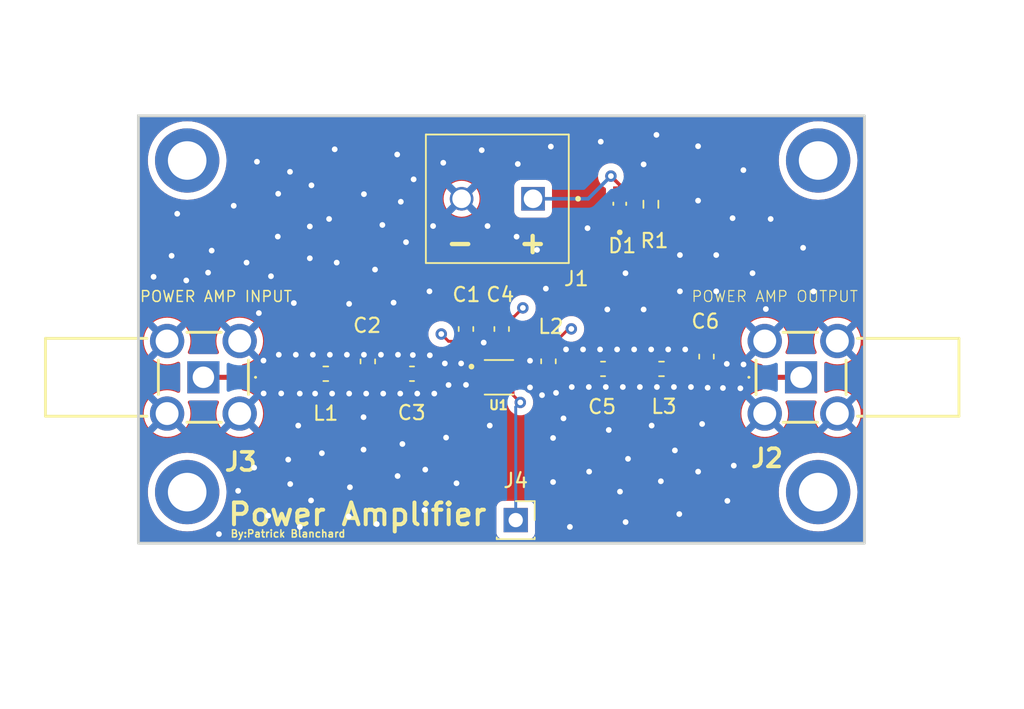
<source format=kicad_pcb>
(kicad_pcb (version 20221018) (generator pcbnew)
  (layers (0 "F.Cu" signal) (1 "In1.Cu" signal) (2 "In2.Cu" signal) (31 "B.Cu" signal) (36 "B.SilkS" user "B.Silkscreen") (37 "F.SilkS" user "F.Silkscreen") (38 "B.Mask" user) (39 "F.Mask" user) (44 "Edge.Cuts" user))
  (net 0 "")
  (net 1 "GND")
  (net 2 "+3.3V")
  (net 3 "Net-(C2-Pad1)")
  (net 4 "Net-(U1-IN)")
  (net 5 "Net-(U1-OUT)")
  (net 6 "Net-(C5-Pad2)")
  (net 7 "Power_Amp_Out")
  (net 8 "Power_Amp_In")
  (net 9 "Net-(J4-Pin_1)")
  (net 10 "Net-(D1-PadC)")
  (footprint "" (layer "F.Cu") (at 109.03 64.5)
    (fp_text reference "" (at 0 0) (layer "F.SilkS") (effects (font (size 1.27 1.27))))
    (fp_text value "" (at 0 0) (layer "F.SilkS") (effects (font (size 1.27 1.27))))
    (pad "1" thru_hole circle (at 0 0) (size 4.5 4.5) (drill 2.7) (layers "*.Cu" "*.Mask"))
  )
  (footprint "Inductor_SMD:L_0603_1608Metric_Pad1.05x0.95mm_HandSolder" (layer "F.Cu") (at 142.22 79.0925)
    (fp_text reference "L3" (at 0.17 2.6275) (layer "F.SilkS"))
    (fp_text value "11.515 nH")
    (fp_line (start -0.171267 -0.51) (end 0.171267 -0.51) (stroke (width 0.12)) (layer "F.SilkS"))
    (fp_line (start -0.171267 0.51) (end 0.171267 0.51) (stroke (width 0.12)) (layer "F.SilkS"))
    (pad "1" smd roundrect (at -0.875 0) (size 1.05 0.95) (layers "F.Cu" "F.Paste" "F.Mask") (net 6 "Net-(C5-Pad2)"))
    (pad "2" smd roundrect (at 0.875 0) (size 1.05 0.95) (layers "F.Cu" "F.Paste" "F.Mask") (net 7 "Power_Amp_Out"))
  )
  (footprint "" (layer "F.Cu") (at 153.18 87.72)
    (fp_text reference "" (at 0 0) (layer "F.SilkS") (effects (font (size 1.27 1.27))))
    (fp_text value "" (at 0 0) (layer "F.SilkS") (effects (font (size 1.27 1.27))))
    (pad "1" thru_hole circle (at 0 0) (size 4.5 4.5) (drill 2.7) (layers "*.Cu" "*.Mask"))
  )
  (footprint "0603 LED:LEDC1608X35N" (layer "F.Cu") (at 139.3 67.53 90)
    (fp_text reference "D1" (at -2.94 0.17 180) (layer "F.SilkS") (effects (font (size 1.002882 1.002882))))
    (fp_text value "-")
    (fp_line (start -0.085 -0.45) (end 0.085 -0.45) (stroke (width 0.127)) (layer "F.SilkS"))
    (fp_line (start 0.085 0.45) (end -0.085 0.45) (stroke (width 0.127)) (layer "F.SilkS"))
    (fp_circle (center -2 0) (end -1.9 0) (stroke (width 0.2)) (fill none) (layer "F.SilkS"))
    (pad "A" smd rect (at 0.81 0 90) (size 0.81 0.93) (layers "F.Cu" "F.Paste" "F.Mask") (net 2 "+3.3V"))
    (pad "C" smd rect (at -0.81 0 90) (size 0.81 0.93) (layers "F.Cu" "F.Paste" "F.Mask") (net 10 "Net-(D1-PadC)"))
  )
  (footprint "Capacitor_SMD:C_0603_1608Metric_Pad1.08x0.95mm_HandSolder" (layer "F.Cu") (at 128.54 76.3 -90)
    (fp_text reference "C1" (at -2.41 -0.0275 -180) (layer "F.SilkS"))
    (fp_text value "1 uF")
    (fp_line (start -0.146267 -0.51) (end 0.146267 -0.51) (stroke (width 0.12)) (layer "F.SilkS"))
    (fp_line (start -0.146267 0.51) (end 0.146267 0.51) (stroke (width 0.12)) (layer "F.SilkS"))
    (pad "1" smd roundrect (at -0.8625 0 270) (size 1.075 0.95) (layers "F.Cu" "F.Paste" "F.Mask") (net 1 "GND"))
    (pad "2" smd roundrect (at 0.8625 0 270) (size 1.075 0.95) (layers "F.Cu" "F.Paste" "F.Mask") (net 2 "+3.3V"))
  )
  (footprint "Resistor_SMD:R_0603_1608Metric_Pad0.98x0.95mm_HandSolder" (layer "F.Cu") (at 141.478 67.564 90)
    (fp_text reference "R1" (at -2.55 0.25 180) (layer "F.SilkS"))
    (fp_text value "1k")
    (fp_line (start -0.254724 -0.5225) (end 0.254724 -0.5225) (stroke (width 0.12)) (layer "F.SilkS"))
    (fp_line (start -0.254724 0.5225) (end 0.254724 0.5225) (stroke (width 0.12)) (layer "F.SilkS"))
    (pad "1" smd roundrect (at -0.9125 0 90) (size 0.975 0.95) (layers "F.Cu" "F.Paste" "F.Mask") (net 1 "GND"))
    (pad "2" smd roundrect (at 0.9125 0 90) (size 0.975 0.95) (layers "F.Cu" "F.Paste" "F.Mask") (net 10 "Net-(D1-PadC)"))
  )
  (footprint "" (layer "F.Cu") (at 153.18 64.5)
    (fp_text reference "" (at 0 0) (layer "F.SilkS") (effects (font (size 1.27 1.27))))
    (fp_text value "" (at 0 0) (layer "F.SilkS") (effects (font (size 1.27 1.27))))
    (pad "1" thru_hole circle (at 0 0) (size 4.5 4.5) (drill 2.7) (layers "*.Cu" "*.Mask"))
  )
  (footprint "" (layer "F.Cu") (at 109.03 87.72)
    (fp_text reference "" (at 0 0) (layer "F.SilkS") (effects (font (size 1.27 1.27))))
    (fp_text value "" (at 0 0) (layer "F.SilkS") (effects (font (size 1.27 1.27))))
    (pad "1" thru_hole circle (at 0 0) (size 4.5 4.5) (drill 2.7) (layers "*.Cu" "*.Mask"))
  )
  (footprint "Inductor_SMD:L_0603_1608Metric_Pad1.05x0.95mm_HandSolder" (layer "F.Cu") (at 118.73 79.4325)
    (fp_text reference "L1" (at -0.0125 2.7675) (layer "F.SilkS"))
    (fp_text value "7.34 nH")
    (fp_line (start -0.171267 -0.51) (end 0.171267 -0.51) (stroke (width 0.12)) (layer "F.SilkS"))
    (fp_line (start -0.171267 0.51) (end 0.171267 0.51) (stroke (width 0.12)) (layer "F.SilkS"))
    (pad "1" smd roundrect (at -0.875 0) (size 1.05 0.95) (layers "F.Cu" "F.Paste" "F.Mask") (net 8 "Power_Amp_In"))
    (pad "2" smd roundrect (at 0.875 0) (size 1.05 0.95) (layers "F.Cu" "F.Paste" "F.Mask") (net 3 "Net-(C2-Pad1)"))
  )
  (footprint "Connector_PinSocket_2.54mm:PinSocket_1x01_P2.54mm_Vertical" (layer "F.Cu") (at 132.02 89.68)
    (fp_text reference "J4" (at 0 -2.77) (layer "F.SilkS"))
    (fp_text value "Conn_01x01_Pin")
    (fp_line (start -1.33 1.21) (end -1.33 1.33) (stroke (width 0.12)) (layer "F.SilkS"))
    (fp_line (start -1.33 1.33) (end 1.33 1.33) (stroke (width 0.12)) (layer "F.SilkS"))
    (fp_line (start 0 -1.33) (end 1.33 -1.33) (stroke (width 0.12)) (layer "F.SilkS"))
    (fp_line (start 1.33 -1.33) (end 1.33 0) (stroke (width 0.12)) (layer "F.SilkS"))
    (fp_line (start 1.33 1.21) (end 1.33 1.33) (stroke (width 0.12)) (layer "F.SilkS"))
    (pad "1" thru_hole rect (at 0 0) (size 1.7 1.7) (drill 1) (layers "*.Cu" "*.Mask") (net 9 "Net-(J4-Pin_1)"))
  )
  (footprint "Capacitor_SMD:C_0603_1608Metric_Pad1.08x0.95mm_HandSolder" (layer "F.Cu") (at 134.31 78.56 -90)
    (fp_text reference "L2" (at -2.44 -0.1675) (layer "F.SilkS"))
    (fp_text value "100 nH")
    (fp_line (start -0.146267 -0.51) (end 0.146267 -0.51) (stroke (width 0.12)) (layer "F.SilkS"))
    (fp_line (start -0.146267 0.51) (end 0.146267 0.51) (stroke (width 0.12)) (layer "F.SilkS"))
    (pad "1" smd roundrect (at -0.8625 0 270) (size 1.075 0.95) (layers "F.Cu" "F.Paste" "F.Mask") (net 2 "+3.3V"))
    (pad "2" smd roundrect (at 0.8625 0 270) (size 1.075 0.95) (layers "F.Cu" "F.Paste" "F.Mask") (net 5 "Net-(U1-OUT)"))
  )
  (footprint "terminal block:PHOENIX_1935776" (layer "F.Cu") (at 130.7325 67.18)
    (fp_text reference "J1" (at 5.5275 5.6) (layer "F.SilkS"))
    (fp_text value "-")
    (fp_line (start -5 4.5) (end -5 -4.5) (stroke (width 0.127)) (layer "F.SilkS"))
    (fp_line (start 5 -4.5) (end -5 -4.5) (stroke (width 0.127)) (layer "F.SilkS"))
    (fp_line (start 5 -4.5) (end 5 4.5) (stroke (width 0.127)) (layer "F.SilkS"))
    (fp_line (start 5 4.5) (end -5 4.5) (stroke (width 0.127)) (layer "F.SilkS"))
    (fp_circle (center 5.65 0) (end 5.75 0) (stroke (width 0.2)) (fill none) (layer "F.SilkS"))
    (pad "01" thru_hole rect (at 2.5 0) (size 1.65 1.65) (drill 1.3) (layers "*.Cu" "*.Mask") (net 2 "+3.3V"))
    (pad "02" thru_hole circle (at -2.5 0) (size 1.65 1.65) (drill 1.3) (layers "*.Cu" "*.Mask") (net 1 "GND"))
  )
  (footprint "sma:518144002" (layer "F.Cu") (at 151.985 79.68)
    (fp_text reference "J2" (at -2.379 5.664) (layer "F.SilkS") (effects (font (size 1.27 1.27) (thickness 0.254))))
    (fp_text value "50 ohm" hide)
    (fp_line (start -3.7 0) (end -3.7 0) (stroke (width 0.1)) (layer "F.SilkS"))
    (fp_line (start -3.6 0) (end -3.6 0) (stroke (width 0.1)) (layer "F.SilkS"))
    (fp_line (start -3.15 1.2) (end -3.15 -1.2) (stroke (width 0.2)) (layer "F.SilkS"))
    (fp_line (start -1.25 -3.15) (end 1.15 -3.15) (stroke (width 0.2)) (layer "F.SilkS"))
    (fp_line (start 1.15 3.15) (end -1.25 3.15) (stroke (width 0.2)) (layer "F.SilkS"))
    (fp_line (start 3.15 -1.2) (end 3.15 1.2) (stroke (width 0.2)) (layer "F.SilkS"))
    (fp_line (start 3.95 -2.725) (end 11.05 -2.725) (stroke (width 0.2)) (layer "F.SilkS"))
    (fp_line (start 11.05 -2.725) (end 11.05 2.725) (stroke (width 0.2)) (layer "F.SilkS"))
    (fp_line (start 11.05 2.725) (end 3.95 2.725) (stroke (width 0.2)) (layer "F.SilkS"))
    (fp_arc (start -3.7 0) (mid -3.65 -0.05) (end -3.6 0) (stroke (width 0.1)) (layer "F.SilkS"))
    (fp_arc (start -3.6 0) (mid -3.65 0.05) (end -3.7 0) (stroke (width 0.1)) (layer "F.SilkS"))
    (pad "1" thru_hole rect (at 0 0) (size 2.25 2.25) (drill 1.5) (layers "*.Cu" "*.Mask") (net 7 "Power_Amp_Out"))
    (pad "2" thru_hole circle (at -2.54 -2.54) (size 2.4 2.4) (drill 1.6) (layers "*.Cu" "*.Mask") (net 1 "GND"))
    (pad "3" thru_hole circle (at -2.54 2.54) (size 2.4 2.4) (drill 1.6) (layers "*.Cu" "*.Mask") (net 1 "GND"))
    (pad "4" thru_hole circle (at 2.54 2.54) (size 2.4 2.4) (drill 1.6) (layers "*.Cu" "*.Mask") (net 1 "GND"))
    (pad "5" thru_hole circle (at 2.54 -2.54) (size 2.4 2.4) (drill 1.6) (layers "*.Cu" "*.Mask") (net 1 "GND"))
  )
  (footprint "Capacitor_SMD:C_0603_1608Metric_Pad1.08x0.95mm_HandSolder" (layer "F.Cu") (at 138.13 79.0925)
    (fp_text reference "C5" (at -0.07 2.6475) (layer "F.SilkS"))
    (fp_text value "1 nF")
    (fp_line (start -0.146267 -0.51) (end 0.146267 -0.51) (stroke (width 0.12)) (layer "F.SilkS"))
    (fp_line (start -0.146267 0.51) (end 0.146267 0.51) (stroke (width 0.12)) (layer "F.SilkS"))
    (pad "1" smd roundrect (at -0.8625 0) (size 1.075 0.95) (layers "F.Cu" "F.Paste" "F.Mask") (net 5 "Net-(U1-OUT)"))
    (pad "2" smd roundrect (at 0.8625 0) (size 1.075 0.95) (layers "F.Cu" "F.Paste" "F.Mask") (net 6 "Net-(C5-Pad2)"))
  )
  (footprint "Capacitor_SMD:C_0603_1608Metric_Pad1.08x0.95mm_HandSolder" (layer "F.Cu") (at 131.03625 76.3 90)
    (fp_text reference "C4" (at 2.41 -0.1 180) (layer "F.SilkS"))
    (fp_text value "1 uF")
    (fp_line (start -0.146267 -0.51) (end 0.146267 -0.51) (stroke (width 0.12)) (layer "F.SilkS"))
    (fp_line (start -0.146267 0.51) (end 0.146267 0.51) (stroke (width 0.12)) (layer "F.SilkS"))
    (pad "1" smd roundrect (at -0.8625 0 90) (size 1.075 0.95) (layers "F.Cu" "F.Paste" "F.Mask") (net 1 "GND"))
    (pad "2" smd roundrect (at 0.8625 0 90) (size 1.075 0.95) (layers "F.Cu" "F.Paste" "F.Mask") (net 2 "+3.3V"))
  )
  (footprint "Capacitor_SMD:C_0603_1608Metric_Pad1.08x0.95mm_HandSolder" (layer "F.Cu") (at 124.76 79.4325)
    (fp_text reference "C3" (at -0.02 2.7275) (layer "F.SilkS"))
    (fp_text value "1 nF")
    (fp_line (start -0.146267 -0.51) (end 0.146267 -0.51) (stroke (width 0.12)) (layer "F.SilkS"))
    (fp_line (start -0.146267 0.51) (end 0.146267 0.51) (stroke (width 0.12)) (layer "F.SilkS"))
    (pad "1" smd roundrect (at -0.8625 0) (size 1.075 0.95) (layers "F.Cu" "F.Paste" "F.Mask") (net 3 "Net-(C2-Pad1)"))
    (pad "2" smd roundrect (at 0.8625 0) (size 1.075 0.95) (layers "F.Cu" "F.Paste" "F.Mask") (net 4 "Net-(U1-IN)"))
  )
  (footprint "Capacitor_SMD:C_0603_1608Metric_Pad1.08x0.95mm_HandSolder" (layer "F.Cu") (at 145.37 78.23 90)
    (fp_text reference "C6" (at 2.47 -0.08 180) (layer "F.SilkS"))
    (fp_text value "4.635 pF")
    (fp_line (start -0.146267 -0.51) (end 0.146267 -0.51) (stroke (width 0.12)) (layer "F.SilkS"))
    (fp_line (start -0.146267 0.51) (end 0.146267 0.51) (stroke (width 0.12)) (layer "F.SilkS"))
    (pad "1" smd roundrect (at -0.8625 0 90) (size 1.075 0.95) (layers "F.Cu" "F.Paste" "F.Mask") (net 7 "Power_Amp_Out"))
    (pad "2" smd roundrect (at 0.8625 0 90) (size 1.075 0.95) (layers "F.Cu" "F.Paste" "F.Mask") (net 1 "GND"))
  )
  (footprint "Capacitor_SMD:C_0603_1608Metric_Pad1.08x0.95mm_HandSolder" (layer "F.Cu") (at 121.67 78.57 90)
    (fp_text reference "C2" (at 2.52 -0.05 180) (layer "F.SilkS"))
    (fp_text value "860 fF")
    (fp_line (start -0.146267 -0.51) (end 0.146267 -0.51) (stroke (width 0.12)) (layer "F.SilkS"))
    (fp_line (start -0.146267 0.51) (end 0.146267 0.51) (stroke (width 0.12)) (layer "F.SilkS"))
    (pad "1" smd roundrect (at -0.8625 0 90) (size 1.075 0.95) (layers "F.Cu" "F.Paste" "F.Mask") (net 3 "Net-(C2-Pad1)"))
    (pad "2" smd roundrect (at 0.8625 0 90) (size 1.075 0.95) (layers "F.Cu" "F.Paste" "F.Mask") (net 1 "GND"))
  )
  (footprint "TI Power AMp:SON50P200X200X80-9N" (layer "F.Cu") (at 130.8475 79.68)
    (fp_text reference "U1" (at -0.0375 1.95) (layer "F.SilkS") (effects (font (size 0.64 0.64))))
    (fp_text value "-" hide)
    (fp_line (start -1 -1.21) (end 1 -1.21) (stroke (width 0.127)) (layer "F.SilkS"))
    (fp_line (start -1 1.21) (end 1 1.21) (stroke (width 0.127)) (layer "F.SilkS"))
    (fp_circle (center -1.925 -0.75) (end -1.825 -0.75) (stroke (width 0.2)) (fill none) (layer "F.SilkS"))
    (pad "1" smd roundrect (at -0.985 -0.75) (size 0.74 0.28) (layers "F.Cu" "F.Paste" "F.Mask") (roundrect_rratio 0.04) (net 2 "+3.3V"))
    (pad "2" smd roundrect (at -0.985 -0.25) (size 0.74 0.28) (layers "F.Cu" "F.Paste" "F.Mask") (roundrect_rratio 0.04) (net 4 "Net-(U1-IN)"))
    (pad "3" smd roundrect (at -0.985 0.25) (size 0.74 0.28) (layers "F.Cu" "F.Paste" "F.Mask") (roundrect_rratio 0.04) (net 1 "GND"))
    (pad "4" smd roundrect (at -0.985 0.75) (size 0.74 0.28) (layers "F.Cu" "F.Paste" "F.Mask") (roundrect_rratio 0.04) (net 1 "GND"))
    (pad "5" smd roundrect (at 0.985 0.75) (size 0.74 0.28) (layers "F.Cu" "F.Mask") (roundrect_rratio 0.04) (net 9 "Net-(J4-Pin_1)"))
    (pad "6" smd roundrect (at 0.985 0.25) (size 0.74 0.28) (layers "F.Cu" "F.Paste" "F.Mask") (roundrect_rratio 0.04) (net 1 "GND"))
    (pad "7" smd roundrect (at 0.985 -0.25) (size 0.74 0.28) (layers "F.Cu" "F.Paste" "F.Mask") (roundrect_rratio 0.04) (net 5 "Net-(U1-OUT)"))
    (pad "8" smd rect (at 0.985 -0.75) (size 0.74 0.28) (layers "F.Cu" "F.Paste" "F.Mask") (net 1 "GND"))
    (pad "9" smd rect (at 0 0) (size 0.9 1.6) (layers "F.Cu" "F.Mask") (net 1 "GND"))
  )
  (footprint "sma:518144002" (layer "F.Cu") (at 110.165 79.68 180)
    (fp_text reference "J3" (at -2.611 -5.918) (layer "F.SilkS") (effects (font (size 1.27 1.27) (thickness 0.254))))
    (fp_text value "50 ohm" hide)
    (fp_line (start -3.7 0) (end -3.7 0) (stroke (width 0.1)) (layer "F.SilkS"))
    (fp_line (start -3.6 0) (end -3.6 0) (stroke (width 0.1)) (layer "F.SilkS"))
    (fp_line (start -3.15 1.2) (end -3.15 -1.2) (stroke (width 0.2)) (layer "F.SilkS"))
    (fp_line (start -1.25 -3.15) (end 1.15 -3.15) (stroke (width 0.2)) (layer "F.SilkS"))
    (fp_line (start 1.15 3.15) (end -1.25 3.15) (stroke (width 0.2)) (layer "F.SilkS"))
    (fp_line (start 3.15 -1.2) (end 3.15 1.2) (stroke (width 0.2)) (layer "F.SilkS"))
    (fp_line (start 3.95 -2.725) (end 11.05 -2.725) (stroke (width 0.2)) (layer "F.SilkS"))
    (fp_line (start 11.05 -2.725) (end 11.05 2.725) (stroke (width 0.2)) (layer "F.SilkS"))
    (fp_line (start 11.05 2.725) (end 3.95 2.725) (stroke (width 0.2)) (layer "F.SilkS"))
    (fp_arc (start -3.7 0) (mid -3.65 -0.05) (end -3.6 0) (stroke (width 0.1)) (layer "F.SilkS"))
    (fp_arc (start -3.6 0) (mid -3.65 0.05) (end -3.7 0) (stroke (width 0.1)) (layer "F.SilkS"))
    (pad "1" thru_hole rect (at 0 0 180) (size 2.25 2.25) (drill 1.5) (layers "*.Cu" "*.Mask") (net 8 "Power_Amp_In"))
    (pad "2" thru_hole circle (at -2.54 -2.54 180) (size 2.4 2.4) (drill 1.6) (layers "*.Cu" "*.Mask") (net 1 "GND"))
    (pad "3" thru_hole circle (at -2.54 2.54 180) (size 2.4 2.4) (drill 1.6) (layers "*.Cu" "*.Mask") (net 1 "GND"))
    (pad "4" thru_hole circle (at 2.54 2.54 180) (size 2.4 2.4) (drill 1.6) (layers "*.Cu" "*.Mask") (net 1 "GND"))
    (pad "5" thru_hole circle (at 2.54 -2.54 180) (size 2.4 2.4) (drill 1.6) (layers "*.Cu" "*.Mask") (net 1 "GND"))
  )
  (gr_rect (start 105.62 61.37) (end 156.42 91.3) (stroke (width 0.2)) (fill none) (layer "Edge.Cuts"))
  (gr_text "POWER AMP OUTPUT\n\n" (at 144.272 75.692) (layer "F.SilkS") (effects (font (size 0.762 0.762) (thickness 0.0762)) (justify left bottom)))
  (gr_text "By:Patrick Blanchard\n" (at 112.014 90.932) (layer "F.SilkS") (effects (font (size 0.508 0.508) (thickness 0.1016) bold) (justify left bottom)))
  (gr_text "Power Amplifier" (at 111.76 90.17) (layer "F.SilkS") (effects (font (size 1.524 1.524) (thickness 0.2794) bold) (justify left bottom)))
  (gr_text "+" (at 132.08 71.12) (layer "F.SilkS") (effects (font (size 1.5 1.5) (thickness 0.3) bold) (justify left bottom)))
  (gr_text "-\n" (at 127 71.12) (layer "F.SilkS") (effects (font (size 1.5 1.5) (thickness 0.3) bold) (justify left bottom)))
  (gr_text "POWER AMP INPUT\n\n" (at 105.664 75.692) (layer "F.SilkS") (effects (font (size 0.762 0.762) (thickness 0.1016)) (justify left bottom)))
  (segment (start 129.8625 80.43) (end 129.8625 79.93) (width 0.25) (layer "F.Cu") (net 1))
  (segment (start 130.5975 79.93) (end 130.8475 79.68) (width 0.25) (layer "F.Cu") (net 1))
  (segment (start 130.0975 80.43) (end 130.8475 79.68) (width 0.25) (layer "F.Cu") (net 1))
  (segment (start 132.56 79.93) (end 133.02 80.39) (width 0.2032) (layer "F.Cu") (net 1))
  (segment (start 131.03625 77.1625) (end 129.8675 77.1625) (width 0.2032) (layer "F.Cu") (net 1))
  (segment (start 131.8325 79.93) (end 132.56 79.93) (width 0.2032) (layer "F.Cu") (net 1))
  (segment (start 129.8625 79.93) (end 130.5975 79.93) (width 0.25) (layer "F.Cu") (net 1))
  (segment (start 129.8625 80.43) (end 130.0975 80.43) (width 0.25) (layer "F.Cu") (net 1))
  (segment (start 129.8625 79.93) (end 128.82 79.93) (width 0.25) (layer "F.Cu") (net 1))
  (segment (start 132.61 78.93) (end 133.02 78.52) (width 0.2032) (layer "F.Cu") (net 1))
  (segment (start 128.82 79.93) (end 128.54 80.21) (width 0.25) (layer "F.Cu") (net 1))
  (segment (start 131.8325 78.93) (end 132.61 78.93) (width 0.2032) (layer "F.Cu") (net 1))
  (segment (start 129.8675 77.1625) (end 129.78 77.25) (width 0.2032) (layer "F.Cu") (net 1))
  (via (at 137.922856 77.72981) (size 0.8) (drill 0.4) (layers "F.Cu" "B.Cu") (net 1))
  (via (at 140.707144 80.36) (size 0.8) (drill 0.4) (layers "F.Cu" "B.Cu") (net 1))
  (via (at 119.492723 71.649528) (size 0.8) (drill 0.4) (layers "F.Cu" "B.Cu") (net 1))
  (via (at 133.02 78.52) (size 0.8) (drill 0.4) (layers "F.Cu" "B.Cu") (net 1))
  (via (at 107.940977 71.172878) (size 0.8) (drill 0.4) (layers "F.Cu" "B.Cu") (net 1))
  (via (at 134.633362 83.930268) (size 0.8) (drill 0.4) (layers "F.Cu" "B.Cu") (net 1))
  (via (at 147.96 78.78) (size 0.8) (drill 0.4) (layers "F.Cu" "B.Cu") (net 1))
  (via (at 114.38 80.81) (size 0.8) (drill 0.4) (layers "F.Cu" "B.Cu") (net 1))
  (via (at 145.45 80.41) (size 0.8) (drill 0.4) (layers "F.Cu" "B.Cu") (net 1))
  (via (at 127.32 80.22) (size 0.8) (drill 0.4) (layers "F.Cu" "B.Cu") (net 1))
  (via (at 147.278599 85.864905) (size 0.8) (drill 0.4) (layers "F.Cu" "B.Cu") (net 1))
  (via (at 111.252 90.659441) (size 0.8) (drill 0.4) (layers "F.Cu" "B.Cu") (net 1))
  (via (at 114.046 75.184) (size 0.8) (drill 0.4) (layers "F.Cu" "B.Cu") (net 1))
  (via (at 120.417985 87.378969) (size 0.8) (drill 0.4) (layers "F.Cu" "B.Cu") (net 1))
  (via (at 117.981432 80.82) (size 0.8) (drill 0.4) (layers "F.Cu" "B.Cu") (net 1))
  (via (at 108.966 72.898) (size 0.8) (drill 0.4) (layers "F.Cu" "B.Cu") (net 1))
  (via (at 137.044649 69.238241) (size 0.8) (drill 0.4) (layers "F.Cu" "B.Cu") (net 1))
  (via (at 139.70828 89.818294) (size 0.8) (drill 0.4) (layers "F.Cu" "B.Cu") (net 1))
  (via (at 137.13286 80.36) (size 0.8) (drill 0.4) (layers "F.Cu" "B.Cu") (net 1))
  (via (at 121.398572 78.1) (size 0.8) (drill 0.4) (layers "F.Cu" "B.Cu") (net 1))
  (via (at 124.876062 65.817578) (size 0.8) (drill 0.4) (layers "F.Cu" "B.Cu") (net 1))
  (via (at 125.984 73.66) (size 0.8) (drill 0.4) (layers "F.Cu" "B.Cu") (net 1))
  (via (at 116.492634 74.481388) (size 0.8) (drill 0.4) (layers "F.Cu" "B.Cu") (net 1))
  (via (at 141.530764 83.061083) (size 0.8) (drill 0.4) (layers "F.Cu" "B.Cu") (net 1))
  (via (at 114.894456 72.602827) (size 0.8) (drill 0.4) (layers "F.Cu" "B.Cu") (net 1))
  (via (at 139.515716 80.36) (size 0.8) (drill 0.4) (layers "F.Cu" "B.Cu") (net 1))
  (via (at 141.898572 80.36) (size 0.8) (drill 0.4) (layers "F.Cu" "B.Cu") (net 1))
  (via (at 113.913118 64.583897) (size 0.8) (drill 0.4) (layers "F.Cu" "B.Cu") (net 1))
  (via (at 152.129211 70.612114) (size 0.8) (drill 0.4) (layers "F.Cu" "B.Cu") (net 1))
  (via (at 142.688568 77.72981) (size 0.8) (drill 0.4) (layers "F.Cu" "B.Cu") (net 1))
  (via (at 133.86 80.93) (size 0.8) (drill 0.4) (layers "F.Cu" "B.Cu") (net 1))
  (via (at 116.913207 90.154753) (size 0.8) (drill 0.4) (layers "F.Cu" "B.Cu") (net 1))
  (via (at 134.84 80.77) (size 0.8) (drill 0.4) (layers "F.Cu" "B.Cu") (net 1))
  (via (at 147.951516 65.172699) (size 0.8) (drill 0.4) (layers "F.Cu" "B.Cu") (net 1))
  (via (at 123.978839 67.387719) (size 0.8) (drill 0.4) (layers "F.Cu" "B.Cu") (net 1))
  (via (at 116.24029 87.154663) (size 0.8) (drill 0.4) (layers "F.Cu" "B.Cu") (net 1))
  (via (at 137.156802 86.285478) (size 0.8) (drill 0.4) (layers "F.Cu" "B.Cu") (net 1))
  (via (at 134.128674 73.472012) (size 0.8) (drill 0.4) (layers "F.Cu" "B.Cu") (net 1))
  (via (at 135.810967 90.154753) (size 0.8) (drill 0.4) (layers "F.Cu" "B.Cu") (net 1))
  (via (at 135.941432 80.36) (size 0.8) (drill 0.4) (layers "F.Cu" "B.Cu") (net 1))
  (via (at 147.74 80.45) (size 0.8) (drill 0.4) (layers "F.Cu" "B.Cu") (net 1))
  (via (at 126.01 78.14) (size 0.8) (drill 0.4) (layers "F.Cu" "B.Cu") (net 1))
  (via (at 117.726316 66.238152) (size 0.8) (drill 0.4) (layers "F.Cu" "B.Cu") (net 1))
  (via (at 112.286901 67.668101) (size 0.8) (drill 0.4) (layers "F.Cu" "B.Cu") (net 1))
  (via (at 152.858204 73.66828) (size 0.8) (drill 0.4) (layers "F.Cu" "B.Cu") (net 1))
  (via (at 130.203323 83.061083) (size 0.8) (drill 0.4) (layers "F.Cu" "B.Cu") (net 1))
  (via (at 116.225043 65.290591) (size 0.8) (drill 0.4) (layers "F.Cu" "B.Cu") (net 1))
  (via (at 141.867223 62.705336) (size 0.8) (drill 0.4) (layers "F.Cu" "B.Cu") (net 1))
  (via (at 129.641331 63.776527) (size 0.8) (drill 0.4) (layers "F.Cu" "B.Cu") (net 1))
  (via (at 127.147157 83.90223) (size 0.8) (drill 0.4) (layers "F.Cu" "B.Cu") (net 1))
  (via (at 126.321432 80.82) (size 0.8) (drill 0.4) (layers "F.Cu" "B.Cu") (net 1))
  (via (at 147.194484 68.537285) (size 0.8) (drill 0.4) (layers "F.Cu" "B.Cu") (net 1))
  (via (at 123.754533 86.593899) (size 0.8) (drill 0.4) (layers "F.Cu" "B.Cu") (net 1))
  (via (at 121.555716 80.82) (size 0.8) (drill 0.4) (layers "F.Cu" "B.Cu") (net 1))
  (via (at 108.333512 68.228865) (size 0.8) (drill 0.4) (layers "F.Cu" "B.Cu") (net 1))
  (via (at 118.455309 84.99572) (size 0.8) (drill 0.4) (layers "F.Cu" "B.Cu") (net 1))
  (via (at 140.305712 77.72981) (size 0.8) (drill 0.4) (layers "F.Cu" "B.Cu") (net 1))
  (via (at 136.731428 77.72981) (size 0.8) (drill 0.4) (layers "F.Cu" "B.Cu") (net 1))
  (via (at 138.530674 83.369504) (size 0.8) (drill 0.4) (layers "F.Cu" "B.Cu") (net 1))
  (via (at 115.371105 69.827044) (size 0.8) (drill 0.4) (layers "F.Cu" "B.Cu") (net 1))
  (via (at 122.747144 80.82) (size 0.8) (drill 0.4) (layers "F.Cu" "B.Cu") (net 1))
  (via (at 126.238 69.088) (size 0.8) (drill 0.4) (layers "F.Cu" "B.Cu") (net 1))
  (via (at 132.164771 64.743846) (size 0.8) (drill 0.4) (layers "F.Cu" "B.Cu") (net 1))
  (via (at 110.744799 70.808381) (size 0.8) (drill 0.4) (layers "F.Cu" "B.Cu") (net 1))
  (via (at 123.938572 80.82) (size 0.8) (drill 0.4) (layers "F.Cu" "B.Cu") (net 1))
  (via (at 143.09 80.36) (size 0.8) (drill 0.4) (layers "F.Cu" "B.Cu") (net 1))
  (via (at 116.801054 83.061083) (size 0.8) (drill 0.4) (layers "F.Cu" "B.Cu") (net 1))
  (via (at 149.521656 74.901961) (size 0.8) (drill 0.4) (layers "F.Cu" "B.Cu") (net 1))
  (via (at 124.090991 84.350841) (size 0.8) (drill 0.4) (layers "F.Cu" "B.Cu") (net 1))
  (via (at 138.324288 80.36) (size 0.8) (drill 0.4) (layers "F.Cu" "B.Cu") (net 1))
  (via (at 123.726495 64.079209) (size 0.8) (drill 0.4) (layers "F.Cu" "B.Cu") (net 1))
  (via (at 117.824288 78.1) (size 0.8) (drill 0.4) (layers "F.Cu" "B.Cu") (net 1))
  (via (at 124.821432 78.12) (size 0.8) (drill 0.4) (layers "F.Cu" "B.Cu") (net 1))
  (via (at 106.68 72.644) (size 0.8) (drill 0.4) (layers "F.Cu" "B.Cu") (net 1))
  (via (at 133.02 80.39) (size 0.8) (drill 0.4) (layers "F.Cu" "B.Cu") (net 1))
  (via (at 121.371284 84.743376) (size 0.8) (drill 0.4) (layers "F.Cu" "B.Cu") (net 1))
  (via (at 120.207144 78.1) (size 0.8) (drill 0.4) (layers "F.Cu" "B.Cu") (net 1))
  (via (at 110.492455 72.350483) (size 0.8) (drill 0.4) (layers "F.Cu" "B.Cu") (net 1))
  (via (at 118.959997 68.593362) (size 0.8) (drill 0.4) (layers "F.Cu" "B.Cu") (net 1))
  (via (at 132.080656 69.832783) (size 0.8) (drill 0.4) (layers "F.Cu" "B.Cu") (net 1))
  (via (at 137.96991 63.181986) (size 0.8) (drill 0.4) (layers "F.Cu" "B.Cu") (net 1))
  (via (at 115.399143 66.826954) (size 0.8) (drill 0.4) (layers "F.Cu" "B.Cu") (net 1))
  (via (at 140.97 74.93) (size 0.8) (drill 0.4) (layers "F.Cu" "B.Cu") (net 1))
  (via (at 122.296545 89.958485) (size 0.8) (drill 0.4) (layers "F.Cu" "B.Cu") (net 1))
  (via (at 139.114284 77.72981) (size 0.8) (drill 0.4) (layers "F.Cu" "B.Cu") (net 1))
  (via (at 125.68917 86.145287) (size 0.8) (drill 0.4) (layers "F.Cu" "B.Cu") (net 1))
  (via (at 115.61 80.81) (size 0.8) (drill 0.4) (layers "F.Cu" "B.Cu") (net 1))
  (via (at 146.829987 88.332268) (size 0.8) (drill 0.4) (layers "F.Cu" "B.Cu") (net 1))
  (via (at 127.876151 87.098587) (size 0.8) (drill 0.4) (layers "F.Cu" "B.Cu") (net 1))
  (via (at 125.13 80.82) (size 0.8) (drill 0.4) (layers "F.Cu" "B.Cu") (net 1))
  (via (at 115.441432 78.1) (size 0.8) (drill 0.4) (layers "F.Cu" "B.Cu") (net 1))
  (via (at 128.2 78.71) (size 0.8) (drill 0.4) (layers "F.Cu" "B.Cu") (net 1))
  (via (at 139.7 72.39) (size 0.8) (drill 0.4) (layers "F.Cu" "B.Cu") (net 1))
  (via (at 113.184124 71.649528) (size 0.8) (drill 0.4) (layers "F.Cu" "B.Cu") (net 1))
  (via (at 139.876509 85.388255) (size 0.8) (drill 0.4) (layers "F.Cu" "B.Cu") (net 1))
  (via (at 119.015716 78.1) (size 0.8) (drill 0.4) (layers "F.Cu" "B.Cu") (net 1))
  (via (at 126.949662 64.659731) (size 0.8) (drill 0.4) (layers "F.Cu" "B.Cu") (net 1))
  (via (at 141.49714 77.72981) (size 0.8) (drill 0.4) (layers "F.Cu" "B.Cu") (net 1))
  (via (at 138.43 74.93) (size 0.8) (drill 0.4) (layers "F.Cu" "B.Cu") (net 1))
  (via (at 148.59 72.39) (size 0.8) (drill 0.4) (layers "F.Cu" "B.Cu") (net 1))
  (via (at 123.474151 74.45335) (size 0.8) (drill 0.4) (layers "F.Cu" "B.Cu") (net 1))
  (via (at 144.78 63.5) (size 0.8) (drill 0.4) (layers "F.Cu" "B.Cu") (net 1))
  (via (at 135.362356 82.556395) (size 0.8) (drill 0.4) (layers "F.Cu" "B.Cu") (net 1))
  (via (at 139.315745 87.687389) (size 0.8) (drill 0.4) (layers "F.Cu" "B.Cu") (net 1))
  (via (at 113.71685 86.005096) (size 0.8) (drill 0.4) (layers "F.Cu" "B.Cu") (net 1))
  (via (at 119.352532 63.714712) (size 0.8) (drill 0.4) (layers "F.Cu" "B.Cu") (net 1))
  (via (at 125.633094 88.977147) (size 0.8) (drill 0.4) (layers "F.Cu" "B.Cu") (net 1))
  (via (at 128.54 80.21) (size 0.8) (drill 0.4) (layers "F.Cu" "B.Cu") (net 1))
  (via (at 116.91 80.82) (size 0.8) (drill 0.4) (layers "F.Cu" "B.Cu") (net 1))
  (via (at 116.100099 85.444332) (size 0.8) (drill 0.4) (layers "F.Cu" "B.Cu") (net 1))
  (via (at 144.78 67.31) (size 0.8) (drill 0.4) (layers "F.Cu" "B.Cu") (net 1))
  (via (at 121.371284 82.47228) (size 0.8) (drill 0.4) (layers "F.Cu" "B.Cu") (net 1))
  (via (at 142.175643 86.958396) (size 0.8) (drill 0.4) (layers "F.Cu" "B.Cu") (net 1))
  (via (at 135.54 77.72981) (size 0.8) (drill 0.4) (layers "F.Cu" "B.Cu") (net 1))
  (via (at 149.858115 68.593362) (size 0.8) (drill 0.4) (layers "F.Cu" "B.Cu") (net 1))
  (via (at 119.17286 80.82) (size 0.8) (drill 0.4) (layers "F.Cu" "B.Cu") (net 1))
  (via (at 143.88 77.72981) (size 0.8) (drill 0.4) (layers "F.Cu" "B.Cu") (net 1))
  (via (at 127.06 78.71) (size 0.8) (drill 0.4) (layers "F.Cu" "B.Cu") (net 1))
  (via (at 112.595322 87.63) (size 0.8) (drill 0.4) (layers "F.Cu" "B.Cu") (net 1))
  (via (at 117.612935 71.346846) (size 0.8) (drill 0.4) (layers "F.Cu" "B.Cu") (net 1))
  (via (at 120.361908 74.537464) (size 0.8) (drill 0.4) (layers "F.Cu" "B.Cu") (net 1))
  (via (at 143.465401 89.25753) (size 0.8) (drill 0.4) (layers "F.Cu" "B.Cu") (net 1))
  (via (at 122.68908 69.013935) (size 0.8) (drill 0.4) (layers "F.Cu" "B.Cu") (net 1))
  (via (at 145.06358 82.94893) (size 0.8) (drill 0.4) (layers "F.Cu" "B.Cu") (net 1))
  (via (at 134.477924 63.524183) (size 0.8) (drill 0.4) (layers "F.Cu" "B.Cu") (net 1))
  (via (at 146.05 71.12) (size 0.8) (drill 0.4) (layers "F.Cu" "B.Cu") (net 1))
  (via (at 124.343335 70.219579) (size 0.8) (drill 0.4) (layers "F.Cu" "B.Cu") (net 1))
  (via (at 133.510605 70.758044) (size 0.8) (drill 0.4) (layers "F.Cu" "B.Cu") (net 1))
  (via (at 117.612935 69.117808) (size 0.8) (drill 0.4) (layers "F.Cu" "B.Cu") (net 1))
  (via (at 122.174 72.136) (size 0.8) (drill 0.4) (layers "F.Cu" "B.Cu") (net 1))
  (via (at 143.156981 84.799453) (size 0.8) (drill 0.4) (layers "F.Cu" "B.Cu") (net 1))
  (via (at 121.399322 66.854992) (size 0.8) (drill 0.4) (layers "F.Cu" "B.Cu") (net 1))
  (via (at 117.698277 88.30423) (size 0.8) (drill 0.4) (layers "F.Cu" "B.Cu") (net 1))
  (via (at 130.048 69.088) (size 0.8) (drill 0.4) (layers "F.Cu" "B.Cu") (net 1))
  (via (at 143.51 71.12) (size 0.8) (drill 0.4) (layers "F.Cu" "B.Cu") (net 1))
  (via (at 114.37 78.51) (size 0.8) (drill 0.4) (layers "F.Cu" "B.Cu") (net 1))
  (via (at 146.52 80.43) (size 0.8) (drill 0.4) (layers "F.Cu" "B.Cu") (net 1))
  (via (at 120.33387 89.425759) (size 0.8) (drill 0.4) (layers "F.Cu" "B.Cu") (net 1))
  (via (at 129.78 77.25) (size 0.8) (drill 0.4) (layers "F.Cu" "B.Cu") (net 1))
  (via (at 120.364288 80.82) (size 0.8) (drill 0.4) (layers "F.Cu" "B.Cu") (net 1))
  (via (at 140.97 64.77) (size 0.8) (drill 0.4) (layers "F.Cu" "B.Cu") (net 1))
  (via (at 134.633362 87.014472) (size 0.8) (drill 0.4) (layers "F.Cu" "B.Cu") (net 1))
  (via (at 144.783197 86.285478) (size 0.8) (drill 0.4) (layers "F.Cu" "B.Cu") (net 1))
  (via (at 146.05 73.66) (size 0.8) (drill 0.4) (layers "F.Cu" "B.Cu") (net 1))
  (via (at 116.63286 78.1) (size 0.8) (drill 0.4) (layers "F.Cu" "B.Cu") (net 1))
  (via (at 123.781432 78.1) (size 0.8) (drill 0.4) (layers "F.Cu" "B.Cu") (net 1))
  (via (at 114.698188 89.369682) (size 0.8) (drill 0.4) (layers "F.Cu" "B.Cu") (net 1))
  (via (at 143.51 73.66) (size 0.8) (drill 0.4) (layers "F.Cu" "B.Cu") (net 1))
  (via (at 122.59 78.1) (size 0.8) (drill 0.4) (layers "F.Cu" "B.Cu") (net 1))
  (via (at 146.79 78.74) (size 0.8) (drill 0.4) (layers "F.Cu" "B.Cu") (net 1))
  (via (at 144.281432 80.36) (size 0.8) (drill 0.4) (layers "F.Cu" "B.Cu") (net 1))
  (segment (start 127.3225 77.1625) (end 126.81 76.65) (width 0.2032) (layer "F.Cu") (net 2))
  (segment (start 139.3 66.72) (end 139.3 66.21) (width 0.25) (layer "F.Cu") (net 2))
  (segment (start 131.03625 75.4375) (end 130.265 75.4375) (width 0.2032) (layer "F.Cu") (net 2))
  (segment (start 131.03625 75.4375) (end 131.9025 75.4375) (width 0.2032) (layer "F.Cu") (net 2))
  (segment (start 131.9025 75.4375) (end 132.52 74.82) (width 0.2032) (layer "F.Cu") (net 2))
  (segment (start 133.29625 77.6975) (end 131.03625 75.4375) (width 0.2032) (layer "F.Cu") (net 2))
  (segment (start 130.265 75.4375) (end 128.54 77.1625) (width 0.2032) (layer "F.Cu") (net 2))
  (segment (start 128.54 77.6075) (end 129.8625 78.93) (width 0.2032) (layer "F.Cu") (net 2))
  (segment (start 139.3 66.21) (end 138.68 65.59) (width 0.25) (layer "F.Cu") (net 2))
  (segment (start 134.31 77.6975) (end 135.7175 76.29) (width 0.2032) (layer "F.Cu") (net 2))
  (segment (start 135.7175 76.29) (end 135.91 76.29) (width 0.2032) (layer "F.Cu") (net 2))
  (segment (start 134.31 77.6975) (end 133.29625 77.6975) (width 0.2032) (layer "F.Cu") (net 2))
  (segment (start 128.54 77.1625) (end 127.3225 77.1625) (width 0.2032) (layer "F.Cu") (net 2))
  (segment (start 128.54 77.1625) (end 128.54 77.6075) (width 0.2032) (layer "F.Cu") (net 2))
  (via (at 126.81 76.65) (size 0.8) (drill 0.4) (layers "F.Cu" "B.Cu") (net 2))
  (via (at 138.68 65.59) (size 0.8) (drill 0.4) (layers "F.Cu" "B.Cu") (net 2))
  (via (at 135.91 76.29) (size 0.8) (drill 0.4) (layers "F.Cu" "B.Cu") (net 2))
  (via (at 132.52 74.82) (size 0.8) (drill 0.4) (layers "F.Cu" "B.Cu") (net 2))
  (segment (start 137.09 67.18) (end 133.2325 67.18) (width 0.25) (layer "B.Cu") (net 2))
  (segment (start 138.68 65.59) (end 137.09 67.18) (width 0.25) (layer "B.Cu") (net 2))
  (segment (start 121.67 79.4325) (end 123.8975 79.4325) (width 0.348996) (layer "F.Cu") (net 3))
  (segment (start 119.605 79.4325) (end 121.67 79.4325) (width 0.348996) (layer "F.Cu") (net 3))
  (segment (start 125.625 79.43) (end 125.6225 79.4325) (width 0.25) (layer "F.Cu") (net 4))
  (segment (start 129.8625 79.43) (end 125.625 79.43) (width 0.34925) (layer "F.Cu") (net 4))
  (segment (start 134.3025 79.43) (end 134.31 79.4225) (width 0.2032) (layer "F.Cu") (net 5))
  (segment (start 134.64 79.0925) (end 134.31 79.4225) (width 0.348996) (layer "F.Cu") (net 5))
  (segment (start 131.8325 79.43) (end 134.3025 79.43) (width 0.348996) (layer "F.Cu") (net 5))
  (segment (start 137.2675 79.0925) (end 134.64 79.0925) (width 0.348996) (layer "F.Cu") (net 5))
  (segment (start 141.345 79.0925) (end 138.9925 79.0925) (width 0.348996) (layer "F.Cu") (net 6))
  (segment (start 143.095 79.0925) (end 145.37 79.0925) (width 0.348996) (layer "F.Cu") (net 7))
  (segment (start 145.9575 79.68) (end 151.985 79.68) (width 0.348996) (layer "F.Cu") (net 7))
  (segment (start 145.37 79.0925) (end 145.9575 79.68) (width 0.348996) (layer "F.Cu") (net 7))
  (segment (start 110.165 79.68) (end 117.6075 79.68) (width 0.348996) (layer "F.Cu") (net 8))
  (segment (start 117.6075 79.68) (end 117.855 79.4325) (width 0.348996) (layer "F.Cu") (net 8))
  (segment (start 132.34 81.44) (end 131.8325 80.9325) (width 0.2032) (layer "F.Cu") (net 9))
  (segment (start 131.8325 80.9325) (end 131.8325 80.43) (width 0.2032) (layer "F.Cu") (net 9))
  (via (at 132.34 81.44) (size 0.8) (drill 0.4) (layers "F.Cu" "B.Cu") (net 9))
  (segment (start 132.02 81.76) (end 132.02 89.68) (width 0.2032) (layer "B.Cu") (net 9))
  (segment (start 132.34 81.44) (end 132.02 81.76) (width 0.2032) (layer "B.Cu") (net 9))
  (segment (start 141.794 66.6515) (end 140.9885 66.6515) (width 0.25) (layer "F.Cu") (net 10))
  (segment (start 140.9885 66.6515) (end 139.3 68.34) (width 0.25) (layer "F.Cu") (net 10))
  (zone (net 1) (net_name "GND") (layer "F.Cu") (connect_pads (clearance 0.5)) (min_thickness 0.25) (fill yes (thermal_gap 0.4318) (thermal_bridge_width 0.4318))
    (polygon (pts (xy 96.252604 102.590635) (xy 167.532604 102.920635) (xy 167.602604 53.260635) (xy 96.312604 53.450635)))
  )
  (zone (net 1) (net_name "GND") (layer "B.Cu") (priority 3) (connect_pads (clearance 0.5)) (min_thickness 0.25) (fill yes (thermal_gap 0.5) (thermal_bridge_width 0.5))
    (polygon (pts (xy 96.062604 53.600635) (xy 167.352604 53.410635) (xy 167.322604 102.880635) (xy 96.042604 102.550635)))
  )
)
</source>
